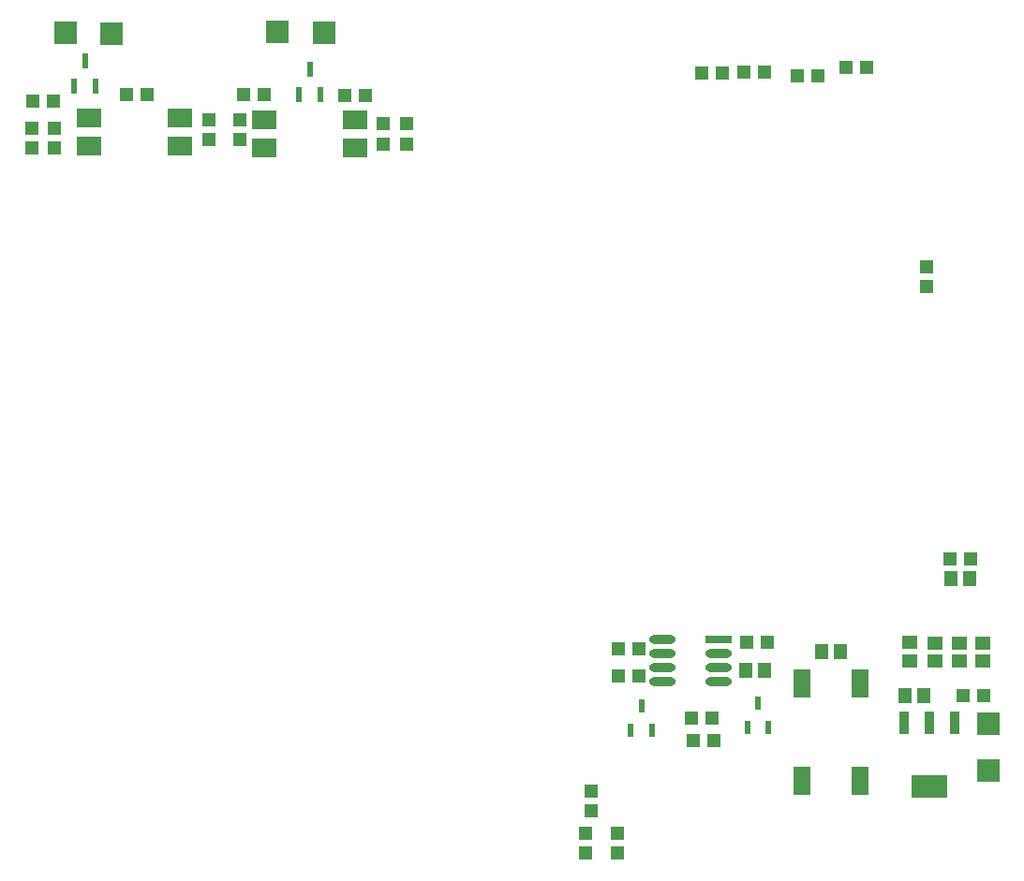
<source format=gbp>
G04*
G04 #@! TF.GenerationSoftware,Altium Limited,Altium Designer,21.5.1 (32)*
G04*
G04 Layer_Color=128*
%FSAX24Y24*%
%MOIN*%
G70*
G04*
G04 #@! TF.SameCoordinates,E50B5674-5FFA-4352-8543-23BF37AEB5C9*
G04*
G04*
G04 #@! TF.FilePolarity,Positive*
G04*
G01*
G75*
%ADD37R,0.0236X0.0571*%
%ADD39R,0.0492X0.0512*%
%ADD47R,0.0492X0.0551*%
%ADD48R,0.0551X0.0492*%
%ADD92R,0.0866X0.0669*%
%ADD93R,0.0787X0.0787*%
%ADD94R,0.0787X0.0787*%
%ADD95R,0.1260X0.0827*%
%ADD96R,0.0354X0.0827*%
%ADD97R,0.0591X0.0984*%
%ADD98R,0.0236X0.0453*%
%ADD99O,0.0945X0.0315*%
%ADD100R,0.0945X0.0315*%
%ADD101R,0.0512X0.0492*%
D37*
X012300Y041013D02*
D03*
X011926Y040087D02*
D03*
X012674D02*
D03*
X020674Y039787D02*
D03*
X019926D02*
D03*
X020300Y040713D02*
D03*
D39*
X021540Y039750D02*
D03*
X022260D02*
D03*
X014510Y039800D02*
D03*
X013790D02*
D03*
X010440Y039550D02*
D03*
X011160D02*
D03*
X031274Y019112D02*
D03*
X031994D02*
D03*
Y020050D02*
D03*
X031274D02*
D03*
X034610Y017600D02*
D03*
X033890D02*
D03*
X033940Y016800D02*
D03*
X034660D02*
D03*
X036560Y020300D02*
D03*
X035840D02*
D03*
X044260Y018400D02*
D03*
X043540D02*
D03*
X043090Y023250D02*
D03*
X043810D02*
D03*
X034240Y040550D02*
D03*
X034960D02*
D03*
X035740Y040600D02*
D03*
X036460D02*
D03*
X037640Y040450D02*
D03*
X038360D02*
D03*
X039390Y040750D02*
D03*
X040110D02*
D03*
X017940Y039800D02*
D03*
X018660D02*
D03*
D47*
X036480Y019300D02*
D03*
X035820D02*
D03*
X043780Y022550D02*
D03*
X043120D02*
D03*
X041470Y018400D02*
D03*
X042130D02*
D03*
X039180Y019950D02*
D03*
X038520D02*
D03*
D48*
X041650Y019640D02*
D03*
Y020300D02*
D03*
X042550Y019620D02*
D03*
Y020280D02*
D03*
X043400Y019620D02*
D03*
Y020280D02*
D03*
X044250Y019620D02*
D03*
Y020280D02*
D03*
D92*
X021914Y038900D02*
D03*
Y037900D02*
D03*
X018686D02*
D03*
Y038900D02*
D03*
X012436Y038950D02*
D03*
Y037950D02*
D03*
X015664D02*
D03*
Y038950D02*
D03*
D93*
X019146Y042020D02*
D03*
X020800Y042000D02*
D03*
X013254Y041980D02*
D03*
X011600Y042000D02*
D03*
D94*
X044430Y015746D02*
D03*
X044450Y017400D02*
D03*
D95*
X042350Y015178D02*
D03*
D96*
X043256Y017422D02*
D03*
X042350D02*
D03*
X041444D02*
D03*
D97*
X037826Y018820D02*
D03*
X039874D02*
D03*
X037826Y015380D02*
D03*
X039874D02*
D03*
D98*
X036624Y017257D02*
D03*
X035876D02*
D03*
X036250Y018143D02*
D03*
X032100Y018043D02*
D03*
X031726Y017157D02*
D03*
X032474D02*
D03*
D99*
X034850Y018900D02*
D03*
X032850D02*
D03*
Y019400D02*
D03*
Y020400D02*
D03*
X034850Y019400D02*
D03*
Y019900D02*
D03*
X032850D02*
D03*
D100*
X034850Y020400D02*
D03*
D101*
X042257Y033676D02*
D03*
Y032956D02*
D03*
X016700Y038910D02*
D03*
Y038190D02*
D03*
X011200Y038610D02*
D03*
Y037890D02*
D03*
X010400Y037890D02*
D03*
Y038610D02*
D03*
X031250Y013510D02*
D03*
Y012790D02*
D03*
X030100Y013510D02*
D03*
Y012790D02*
D03*
X030300Y014290D02*
D03*
Y015010D02*
D03*
X022907Y038040D02*
D03*
Y038760D02*
D03*
X023750Y038040D02*
D03*
Y038760D02*
D03*
X017800Y038190D02*
D03*
Y038910D02*
D03*
M02*

</source>
